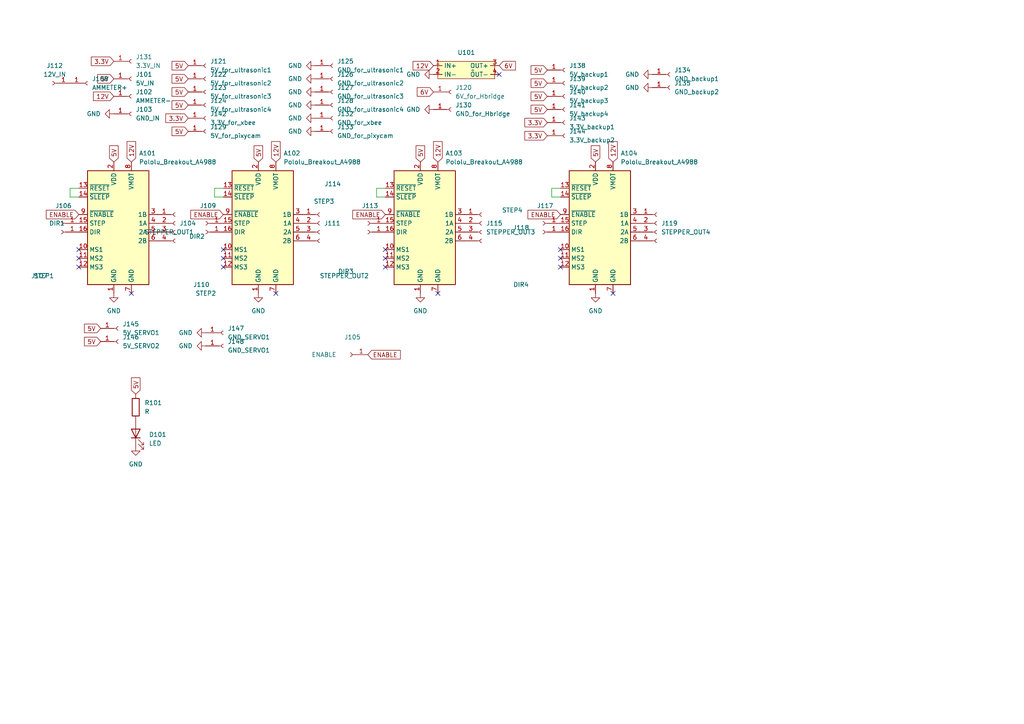
<source format=kicad_sch>
(kicad_sch (version 20230121) (generator eeschema)
  (paper "A4")
  (lib_symbols
    (symbol "Connector:Conn_01x01_Socket" (pin_names (offset 1.016) hide)
      (property "Reference" "J" (at 0 2.54 0))
      (property "Value" "Conn_01x01_Socket" (at 0 -2.54 0))
      (symbol "Conn_01x01_Socket_1_1"
        (polyline (pts (xy -1.27 0) (xy -0.508 0)) (stroke (width 0.1524)))
        (arc (start 0 0.508) (mid -0.5058 0) (end 0 -0.508) (stroke (width 0.1524)))
        (pin passive line (at -5.08 0 0) (length 3.81) (name "Pin_1") (number "1"))
      )
    )
    (symbol "Connector:Conn_01x04_Socket" (pin_names (offset 1.016) hide)
      (property "Reference" "J" (at 0 5.08 0))
      (property "Value" "Conn_01x04_Socket" (at 0 -7.62 0))
      (symbol "Conn_01x04_Socket_1_1"
        (arc (start 0 -4.572) (mid -0.5058 -5.08) (end 0 -5.588) (stroke (width 0.1524)))
        (arc (start 0 -2.032) (mid -0.5058 -2.54) (end 0 -3.048) (stroke (width 0.1524)))
        (polyline (pts (xy -1.27 -5.08) (xy -0.508 -5.08)) (stroke (width 0.1524)))
        (polyline (pts (xy -1.27 -2.54) (xy -0.508 -2.54)) (stroke (width 0.1524)))
        (polyline (pts (xy -1.27 0) (xy -0.508 0)) (stroke (width 0.1524)))
        (polyline (pts (xy -1.27 2.54) (xy -0.508 2.54)) (stroke (width 0.1524)))
        (arc (start 0 0.508) (mid -0.5058 0) (end 0 -0.508) (stroke (width 0.1524)))
        (arc (start 0 3.048) (mid -0.5058 2.54) (end 0 2.032) (stroke (width 0.1524)))
        (pin passive line (at -5.08 2.54 0) (length 3.81) (name "Pin_1") (number "1"))
        (pin passive line (at -5.08 0 0) (length 3.81) (name "Pin_2") (number "2"))
        (pin passive line (at -5.08 -2.54 0) (length 3.81) (name "Pin_3") (number "3"))
        (pin passive line (at -5.08 -5.08 0) (length 3.81) (name "Pin_4") (number "4"))
      )
    )
    (symbol "Device:LED" (pin_numbers hide) (pin_names (offset 1.016) hide)
      (property "Reference" "D" (at 0 2.54 0))
      (property "Value" "LED" (at 0 -2.54 0))
      (symbol "LED_0_1"
        (polyline (pts (xy -1.27 -1.27) (xy -1.27 1.27)) (stroke (width 0.254)))
        (polyline (pts (xy -1.27 0) (xy 1.27 0)))
        (polyline (pts (xy 1.27 -1.27) (xy 1.27 1.27) (xy -1.27 0) (xy 1.27 -1.27)) (stroke (width 0.254)))
        (polyline (pts (xy -3.048 -0.762) (xy -4.572 -2.286) (xy -3.81 -2.286) (xy -4.572 -2.286) (xy -4.572 -1.524)))
        (polyline (pts (xy -1.778 -0.762) (xy -3.302 -2.286) (xy -2.54 -2.286) (xy -3.302 -2.286) (xy -3.302 -1.524)))
      )
      (symbol "LED_1_1"
        (pin passive line (at -3.81 0 0) (length 2.54) (name "K") (number "1"))
        (pin passive line (at 3.81 0 180) (length 2.54) (name "A") (number "2"))
      )
    )
    (symbol "Device:R" (pin_numbers hide) (pin_names (offset 0))
      (property "Reference" "R" (at 2.032 0 90))
      (property "Value" "R" (at 0 0 90))
      (symbol "R_0_1"
        (rectangle (start -1.016 -2.54) (end 1.016 2.54) (stroke (width 0.254)))
      )
      (symbol "R_1_1"
        (pin passive line (at 0 3.81 270) (length 1.27) (name "~") (number "1"))
        (pin passive line (at 0 -3.81 90) (length 1.27) (name "~") (number "2"))
      )
    )
    (symbol "Driver_Motor:Pololu_Breakout_A4988"
      (property "Reference" "A" (at -2.54 19.05 0))
      (property "Value" "Pololu_Breakout_A4988" (at -2.54 16.51 0))
      (symbol "Pololu_Breakout_A4988_0_1"
        (rectangle (start 10.16 -17.78) (end -7.62 15.24) (stroke (width 0.254)) (fill (type background)))
      )
      (symbol "Pololu_Breakout_A4988_1_1"
        (pin power_in line (at 0 -20.32 90) (length 2.54) (name "GND") (number "1"))
        (pin input line (at -10.16 -7.62 0) (length 2.54) (name "MS1") (number "10"))
        (pin input line (at -10.16 -10.16 0) (length 2.54) (name "MS2") (number "11"))
        (pin input line (at -10.16 -12.7 0) (length 2.54) (name "MS3") (number "12"))
        (pin input line (at -10.16 10.16 0) (length 2.54) (name "~{RESET}") (number "13"))
        (pin input line (at -10.16 7.62 0) (length 2.54) (name "~{SLEEP}") (number "14"))
        (pin input line (at -10.16 0 0) (length 2.54) (name "STEP") (number "15"))
        (pin input line (at -10.16 -2.54 0) (length 2.54) (name "DIR") (number "16"))
        (pin power_in line (at 0 17.78 270) (length 2.54) (name "VDD") (number "2"))
        (pin output line (at 12.7 2.54 180) (length 2.54) (name "1B") (number "3"))
        (pin output line (at 12.7 0 180) (length 2.54) (name "1A") (number "4"))
        (pin output line (at 12.7 -2.54 180) (length 2.54) (name "2A") (number "5"))
        (pin output line (at 12.7 -5.08 180) (length 2.54) (name "2B") (number "6"))
        (pin power_in line (at 5.08 -20.32 90) (length 2.54) (name "GND") (number "7"))
        (pin power_in line (at 5.08 17.78 270) (length 2.54) (name "VMOT") (number "8"))
        (pin input line (at -10.16 2.54 0) (length 2.54) (name "~{ENABLE}") (number "9"))
      )
    )
    (symbol "LM2596:LM2596"
      (property "Reference" "U" (at 1.27 0 0))
      (symbol "LM2596_1_1"
        (rectangle (start -8.89 2.54) (end 7.62 -2.54) (fill (type background)))
        (pin bidirectional line (at -10.16 1.27 0) (length 2.54) (name "IN+") (number "1"))
        (pin bidirectional line (at -10.16 -1.27 0) (length 2.54) (name "IN-") (number "2"))
        (pin bidirectional line (at 8.89 1.27 180) (length 2.54) (name "OUT+") (number "3"))
        (pin bidirectional line (at 8.89 -1.27 180) (length 2.54) (name "OUT-") (number "4"))
      )
    )
    (symbol "power:GND" (power) (pin_names (offset 0))
      (property "Value" "GND" (at 0 -3.81 0))
      (symbol "GND_0_1"
        (polyline (pts (xy 0 0) (xy 0 -1.27) (xy 1.27 -1.27) (xy 0 -2.54) (xy -1.27 -1.27) (xy 0 -1.27)))
      )
      (symbol "GND_1_1"
        (pin power_in line (at 0 0 270) (length 0) hide (name "GND") (number "1"))
      )
    )
  )
  (no_connect (at 111.76 77.47))
  (no_connect (at 64.77 74.93))
  (no_connect (at 22.86 74.93))
  (no_connect (at 111.76 72.39))
  (no_connect (at 127 85.09))
  (no_connect (at 22.86 77.47))
  (no_connect (at 111.76 74.93))
  (no_connect (at 162.56 74.93))
  (no_connect (at 144.78 21.59))
  (no_connect (at 177.8 85.09))
  (no_connect (at 22.86 72.39))
  (no_connect (at 38.1 85.09))
  (no_connect (at 64.77 72.39))
  (no_connect (at 80.01 85.09))
  (no_connect (at 162.56 77.47))
  (no_connect (at 64.77 77.47))
  (no_connect (at 162.56 72.39))
  (wire (pts (xy 62.23 54.61) (xy 62.23 57.15)))
  (wire (pts (xy 64.77 54.61) (xy 62.23 54.61)))
  (wire (pts (xy 162.56 54.61) (xy 160.02 54.61)))
  (wire (pts (xy 111.76 54.61) (xy 109.22 54.61)))
  (wire (pts (xy 20.32 57.15) (xy 22.86 57.15)))
  (wire (pts (xy 109.22 57.15) (xy 111.76 57.15)))
  (wire (pts (xy 160.02 54.61) (xy 160.02 57.15)))
  (wire (pts (xy 62.23 57.15) (xy 64.77 57.15)))
  (wire (pts (xy 20.32 54.61) (xy 20.32 57.15)))
  (wire (pts (xy 109.22 54.61) (xy 109.22 57.15)))
  (wire (pts (xy 22.86 54.61) (xy 20.32 54.61)))
  (wire (pts (xy 160.02 57.15) (xy 162.56 57.15)))
  (global_label "5V" (shape input) (at 54.61 30.48 180) (property "Intersheetrefs" "${INTERSHEET_REFS}" (effects hide)))
  (global_label "5V" (shape input) (at 158.75 20.32 180) (property "Intersheetrefs" "${INTERSHEET_REFS}" (effects hide)))
  (global_label "5V" (shape input) (at 54.61 38.1 180) (property "Intersheetrefs" "${INTERSHEET_REFS}" (effects hide)))
  (global_label "3.3V" (shape input) (at 54.61 34.29 180) (property "Intersheetrefs" "${INTERSHEET_REFS}" (effects hide)))
  (global_label "5V" (shape input) (at 74.93 46.99 90) (property "Intersheetrefs" "${INTERSHEET_REFS}" (effects hide)))
  (global_label "ENABLE" (shape input) (at 106.68 102.87 0) (property "Intersheetrefs" "${INTERSHEET_REFS}" (effects hide)))
  (global_label "5V" (shape input) (at 121.92 46.99 90) (property "Intersheetrefs" "${INTERSHEET_REFS}" (effects hide)))
  (global_label "12V" (shape input) (at 33.02 27.94 180) (property "Intersheetrefs" "${INTERSHEET_REFS}" (effects hide)))
  (global_label "3.3V" (shape input) (at 33.02 17.78 180) (property "Intersheetrefs" "${INTERSHEET_REFS}" (effects hide)))
  (global_label "5V" (shape input) (at 54.61 26.67 180) (property "Intersheetrefs" "${INTERSHEET_REFS}" (effects hide)))
  (global_label "6V" (shape input) (at 144.78 19.05 0) (property "Intersheetrefs" "${INTERSHEET_REFS}" (effects hide)))
  (global_label "5V" (shape input) (at 158.75 27.94 180) (property "Intersheetrefs" "${INTERSHEET_REFS}" (effects hide)))
  (global_label "6V" (shape input) (at 125.73 26.67 180) (property "Intersheetrefs" "${INTERSHEET_REFS}" (effects hide)))
  (global_label "5V" (shape input) (at 29.21 95.25 180) (property "Intersheetrefs" "${INTERSHEET_REFS}" (effects hide)))
  (global_label "ENABLE" (shape input) (at 64.77 62.23 180) (property "Intersheetrefs" "${INTERSHEET_REFS}" (effects hide)))
  (global_label "5V" (shape input) (at 158.75 31.75 180) (property "Intersheetrefs" "${INTERSHEET_REFS}" (effects hide)))
  (global_label "12V" (shape input) (at 125.73 19.05 180) (property "Intersheetrefs" "${INTERSHEET_REFS}" (effects hide)))
  (global_label "ENABLE" (shape input) (at 162.56 62.23 180) (property "Intersheetrefs" "${INTERSHEET_REFS}" (effects hide)))
  (global_label "5V" (shape input) (at 54.61 19.05 180) (property "Intersheetrefs" "${INTERSHEET_REFS}" (effects hide)))
  (global_label "3.3V" (shape input) (at 158.75 35.56 180) (property "Intersheetrefs" "${INTERSHEET_REFS}" (effects hide)))
  (global_label "ENABLE" (shape input) (at 22.86 62.23 180) (property "Intersheetrefs" "${INTERSHEET_REFS}" (effects hide)))
  (global_label "12V" (shape input) (at 177.8 46.99 90) (property "Intersheetrefs" "${INTERSHEET_REFS}" (effects hide)))
  (global_label "12V" (shape input) (at 80.01 46.99 90) (property "Intersheetrefs" "${INTERSHEET_REFS}" (effects hide)))
  (global_label "5V" (shape input) (at 29.21 99.06 180) (property "Intersheetrefs" "${INTERSHEET_REFS}" (effects hide)))
  (global_label "5V" (shape input) (at 54.61 22.86 180) (property "Intersheetrefs" "${INTERSHEET_REFS}" (effects hide)))
  (global_label "12V" (shape input) (at 38.1 46.99 90) (property "Intersheetrefs" "${INTERSHEET_REFS}" (effects hide)))
  (global_label "ENABLE" (shape input) (at 111.76 62.23 180) (property "Intersheetrefs" "${INTERSHEET_REFS}" (effects hide)))
  (global_label "5V" (shape input) (at 172.72 46.99 90) (property "Intersheetrefs" "${INTERSHEET_REFS}" (effects hide)))
  (global_label "5V" (shape input) (at 39.37 114.3 90) (property "Intersheetrefs" "${INTERSHEET_REFS}" (effects hide)))
  (global_label "5V" (shape input) (at 33.02 22.86 180) (property "Intersheetrefs" "${INTERSHEET_REFS}" (effects hide)))
  (global_label "5V" (shape input) (at 158.75 24.13 180) (property "Intersheetrefs" "${INTERSHEET_REFS}" (effects hide)))
  (global_label "12V" (shape input) (at 127 46.99 90) (property "Intersheetrefs" "${INTERSHEET_REFS}" (effects hide)))
  (global_label "5V" (shape input) (at 33.02 46.99 90) (property "Intersheetrefs" "${INTERSHEET_REFS}" (effects hide)))
  (global_label "3.3V" (shape input) (at 158.75 39.37 180) (property "Intersheetrefs" "${INTERSHEET_REFS}" (effects hide)))
  (symbol (lib_id "power:GND") (at 91.44 19.05 270) (unit 1)
    (property "Reference" "#PWR0106" (effects hide))
    (property "Value" "GND" (at 87.63 19.05 90) (effects (justify right)))
  )
  (symbol (lib_id "Connector:Conn_01x01_Socket") (at 15.24 24.13 180) (unit 1)
    (property "Reference" "J112" (at 15.875 19.05 0))
    (property "Value" "12V_IN" (at 15.875 21.59 0))
    (property "Footprint" "MyPinSocket:MyPinSocket" (effects hide))
  )
  (symbol (lib_id "Connector:Conn_01x01_Socket") (at 25.4 24.13 0) (unit 1)
    (property "Reference" "J108" (at 26.67 22.86 0) (effects (justify left)))
    (property "Value" "AMMETER+" (at 26.67 25.4 0) (effects (justify left)))
    (property "Footprint" "MyPinSocket:MyPinSocket" (effects hide))
  )
  (symbol (lib_id "Connector:Conn_01x01_Socket") (at 96.52 26.67 0) (unit 1)
    (property "Reference" "J127" (at 97.79 25.4 0) (effects (justify left)))
    (property "Value" "GND_for_ultrasonic3" (at 97.79 27.94 0) (effects (justify left)))
    (property "Footprint" "MyPinSocket:MyPinSocket" (effects hide))
  )
  (symbol (lib_id "Connector:Conn_01x01_Socket") (at 59.69 19.05 0) (unit 1)
    (property "Reference" "J121" (at 60.96 17.78 0) (effects (justify left)))
    (property "Value" "5V_for_ultrasonic1" (at 60.96 20.32 0) (effects (justify left)))
    (property "Footprint" "MyPinSocket:MyPinSocket" (effects hide))
  )
  (symbol (lib_id "Connector:Conn_01x01_Socket") (at 163.83 24.13 0) (unit 1)
    (property "Reference" "J139" (at 165.1 22.86 0) (effects (justify left)))
    (property "Value" "5V_backup2" (at 165.1 25.4 0) (effects (justify left)))
    (property "Footprint" "MyPinSocket:MyPinSocket" (effects hide))
  )
  (symbol (lib_id "power:GND") (at 91.44 26.67 270) (unit 1)
    (property "Reference" "#PWR0108" (effects hide))
    (property "Value" "GND" (at 87.63 26.67 90) (effects (justify right)))
  )
  (symbol (lib_id "Connector:Conn_01x04_Socket") (at 139.7 64.77 0) (unit 1)
    (property "Reference" "J115" (at 140.97 64.77 0) (effects (justify left)))
    (property "Value" "STEPPER_OUT3" (at 140.97 67.31 0) (effects (justify left)))
    (property "Footprint" "Connector_PinSocket_2.54mm:PinSocket_1x04_P2.54mm_Vertical" (effects hide))
  )
  (symbol (lib_id "Connector:Conn_01x01_Socket") (at 38.1 33.02 0) (unit 1)
    (property "Reference" "J103" (at 39.37 31.75 0) (effects (justify left)))
    (property "Value" "GND_IN" (at 39.37 34.29 0) (effects (justify left)))
    (property "Footprint" "MyPinSocket:MyPinSocket" (effects hide))
  )
  (symbol (lib_id "Device:LED") (at 39.37 125.73 90) (unit 1)
    (property "Reference" "D101" (at 43.18 126.0475 90) (effects (justify right)))
    (property "Value" "LED" (at 43.18 128.5875 90) (effects (justify right)))
    (property "Footprint" "MyLED:LED_D5.0mm" (effects hide))
  )
  (symbol (lib_id "Connector:Conn_01x01_Socket") (at 106.68 67.31 180) (unit 1)
    (property "Reference" "J114" (at 96.52 53.34 0))
    (property "Value" "DIR3" (at 100.33 78.74 0))
    (property "Footprint" "MyPinSocket:MyPinSocket" (effects hide))
  )
  (symbol (lib_id "power:GND") (at 91.44 34.29 270) (unit 1)
    (property "Reference" "#PWR0110" (effects hide))
    (property "Value" "GND" (at 87.63 34.29 90) (effects (justify right)))
  )
  (symbol (lib_id "Connector:Conn_01x01_Socket") (at 59.69 26.67 0) (unit 1)
    (property "Reference" "J123" (at 60.96 25.4 0) (effects (justify left)))
    (property "Value" "5V_for_ultrasonic3" (at 60.96 27.94 0) (effects (justify left)))
    (property "Footprint" "MyPinSocket:MyPinSocket" (effects hide))
  )
  (symbol (lib_id "Connector:Conn_01x01_Socket") (at 38.1 17.78 0) (unit 1)
    (property "Reference" "J131" (at 39.37 16.51 0) (effects (justify left)))
    (property "Value" "3.3V_IN" (at 39.37 19.05 0) (effects (justify left)))
    (property "Footprint" "MyPinSocket:MyPinSocket" (effects hide))
  )
  (symbol (lib_id "Connector:Conn_01x01_Socket") (at 34.29 99.06 0) (unit 1)
    (property "Reference" "J146" (at 35.56 97.79 0) (effects (justify left)))
    (property "Value" "5V_SERVO2" (at 35.56 100.33 0) (effects (justify left)))
    (property "Footprint" "MyPinSocket:MyPinSocket" (effects hide))
  )
  (symbol (lib_id "Connector:Conn_01x01_Socket") (at 59.69 38.1 0) (unit 1)
    (property "Reference" "J129" (at 60.96 36.83 0) (effects (justify left)))
    (property "Value" "5V_for_pixycam" (at 60.96 39.37 0) (effects (justify left)))
    (property "Footprint" "MyPinSocket:MyPinSocket" (effects hide))
  )
  (symbol (lib_id "power:GND") (at 189.23 21.59 270) (unit 1)
    (property "Reference" "#PWR0114" (effects hide))
    (property "Value" "GND" (at 185.42 21.59 90) (effects (justify right)))
  )
  (symbol (lib_id "Connector:Conn_01x01_Socket") (at 157.48 64.77 180) (unit 1)
    (property "Reference" "J117" (at 158.115 59.69 0))
    (property "Value" "STEP4" (at 148.59 60.96 0))
    (property "Footprint" "MyPinSocket:MyPinSocket" (effects hide))
  )
  (symbol (lib_id "Connector:Conn_01x01_Socket") (at 194.31 25.4 0) (unit 1)
    (property "Reference" "J135" (at 195.58 24.13 0) (effects (justify left)))
    (property "Value" "GND_backup2" (at 195.58 26.67 0) (effects (justify left)))
    (property "Footprint" "MyPinSocket:MyPinSocket" (effects hide))
  )
  (symbol (lib_id "Connector:Conn_01x01_Socket") (at 17.78 64.77 180) (unit 1)
    (property "Reference" "J106" (at 18.415 59.69 0))
    (property "Value" "STEP1" (at 12.7 80.01 0))
    (property "Footprint" "MyPinSocket:MyPinSocket" (effects hide))
  )
  (symbol (lib_id "Connector:Conn_01x01_Socket") (at 59.69 22.86 0) (unit 1)
    (property "Reference" "J122" (at 60.96 21.59 0) (effects (justify left)))
    (property "Value" "5V_for_ultrasonic2" (at 60.96 24.13 0) (effects (justify left)))
    (property "Footprint" "MyPinSocket:MyPinSocket" (effects hide))
  )
  (symbol (lib_id "Connector:Conn_01x04_Socket") (at 50.8 64.77 0) (unit 1)
    (property "Reference" "J104" (at 52.07 64.77 0) (effects (justify left)))
    (property "Value" "STEPPER_OUT1" (at 41.91 67.31 0) (effects (justify left)))
    (property "Footprint" "Connector_PinSocket_2.54mm:PinSocket_1x04_P2.54mm_Vertical" (effects hide))
  )
  (symbol (lib_id "Connector:Conn_01x01_Socket") (at 96.52 34.29 0) (unit 1)
    (property "Reference" "J132" (at 97.79 33.02 0) (effects (justify left)))
    (property "Value" "GND_for_xbee" (at 97.79 35.56 0) (effects (justify left)))
    (property "Footprint" "MyPinSocket:MyPinSocket" (effects hide))
  )
  (symbol (lib_id "Connector:Conn_01x01_Socket") (at 163.83 20.32 0) (unit 1)
    (property "Reference" "J138" (at 165.1 19.05 0) (effects (justify left)))
    (property "Value" "5V_backup1" (at 165.1 21.59 0) (effects (justify left)))
    (property "Footprint" "MyPinSocket:MyPinSocket" (effects hide))
  )
  (symbol (lib_id "Connector:Conn_01x01_Socket") (at 59.69 67.31 180) (unit 1)
    (property "Reference" "J110" (at 58.42 82.55 0))
    (property "Value" "DIR2" (at 57.15 68.58 0))
    (property "Footprint" "MyPinSocket:MyPinSocket" (effects hide))
  )
  (symbol (lib_id "Connector:Conn_01x01_Socket") (at 64.77 96.52 0) (unit 1)
    (property "Reference" "J147" (at 66.04 95.25 0) (effects (justify left)))
    (property "Value" "GND_SERVO1" (at 66.04 97.79 0) (effects (justify left)))
    (property "Footprint" "MyPinSocket:MyPinSocket" (effects hide))
  )
  (symbol (lib_id "Connector:Conn_01x01_Socket") (at 34.29 95.25 0) (unit 1)
    (property "Reference" "J145" (at 35.56 93.98 0) (effects (justify left)))
    (property "Value" "5V_SERVO1" (at 35.56 96.52 0) (effects (justify left)))
    (property "Footprint" "MyPinSocket:MyPinSocket" (effects hide))
  )
  (symbol (lib_id "power:GND") (at 125.73 31.75 270) (unit 1)
    (property "Reference" "#PWR0113" (effects hide))
    (property "Value" "GND" (at 121.92 31.75 90) (effects (justify right)))
  )
  (symbol (lib_id "power:GND") (at 74.93 85.09 0) (unit 1)
    (property "Reference" "#PWR0103" (effects hide))
    (property "Value" "GND" (at 74.93 90.17 0))
  )
  (symbol (lib_id "Driver_Motor:Pololu_Breakout_A4988") (at 121.92 64.77 0) (unit 1)
    (property "Reference" "A103" (at 129.1941 44.45 0) (effects (justify left)))
    (property "Value" "Pololu_Breakout_A4988" (at 129.1941 46.99 0) (effects (justify left)))
    (property "Footprint" "Module:Pololu_Breakout-16_15.2x20.3mm" (effects hide))
    (property "Datasheet" "https://www.pololu.com/product/2980/pictures" (effects hide))
  )
  (symbol (lib_id "Connector:Conn_01x01_Socket") (at 17.78 67.31 180) (unit 1)
    (property "Reference" "J107" (at 11.43 80.01 0))
    (property "Value" "DIR1" (at 16.51 64.77 0))
    (property "Footprint" "MyPinSocket:MyPinSocket" (effects hide))
  )
  (symbol (lib_id "Connector:Conn_01x01_Socket") (at 106.68 64.77 180) (unit 1)
    (property "Reference" "J113" (at 107.315 59.69 0))
    (property "Value" "STEP3" (at 93.98 58.42 0))
    (property "Footprint" "MyPinSocket:MyPinSocket" (effects hide))
  )
  (symbol (lib_id "power:GND") (at 189.23 25.4 270) (unit 1)
    (property "Reference" "#PWR0115" (effects hide))
    (property "Value" "GND" (at 185.42 25.4 90) (effects (justify right)))
  )
  (symbol (lib_id "Connector:Conn_01x01_Socket") (at 59.69 34.29 0) (unit 1)
    (property "Reference" "J142" (at 60.96 33.02 0) (effects (justify left)))
    (property "Value" "3.3V_for_xbee" (at 60.96 35.56 0) (effects (justify left)))
    (property "Footprint" "MyPinSocket:MyPinSocket" (effects hide))
  )
  (symbol (lib_id "Connector:Conn_01x01_Socket") (at 163.83 27.94 0) (unit 1)
    (property "Reference" "J140" (at 165.1 26.67 0) (effects (justify left)))
    (property "Value" "5V_backup3" (at 165.1 29.21 0) (effects (justify left)))
    (property "Footprint" "MyPinSocket:MyPinSocket" (effects hide))
  )
  (symbol (lib_id "Connector:Conn_01x01_Socket") (at 96.52 22.86 0) (unit 1)
    (property "Reference" "J126" (at 97.79 21.59 0) (effects (justify left)))
    (property "Value" "GND_for_ultrasonic2" (at 97.79 24.13 0) (effects (justify left)))
    (property "Footprint" "MyPinSocket:MyPinSocket" (effects hide))
  )
  (symbol (lib_id "Connector:Conn_01x04_Socket") (at 190.5 64.77 0) (unit 1)
    (property "Reference" "J119" (at 191.77 64.77 0) (effects (justify left)))
    (property "Value" "STEPPER_OUT4" (at 191.77 67.31 0) (effects (justify left)))
    (property "Footprint" "Connector_PinSocket_2.54mm:PinSocket_1x04_P2.54mm_Vertical" (effects hide))
  )
  (symbol (lib_id "Driver_Motor:Pololu_Breakout_A4988") (at 172.72 64.77 0) (unit 1)
    (property "Reference" "A104" (at 179.9941 44.45 0) (effects (justify left)))
    (property "Value" "Pololu_Breakout_A4988" (at 179.9941 46.99 0) (effects (justify left)))
    (property "Footprint" "Module:Pololu_Breakout-16_15.2x20.3mm" (effects hide))
    (property "Datasheet" "https://www.pololu.com/product/2980/pictures" (effects hide))
  )
  (symbol (lib_id "Connector:Conn_01x01_Socket") (at 163.83 31.75 0) (unit 1)
    (property "Reference" "J141" (at 165.1 30.48 0) (effects (justify left)))
    (property "Value" "5V_backup4" (at 165.1 33.02 0) (effects (justify left)))
    (property "Footprint" "MyPinSocket:MyPinSocket" (effects hide))
  )
  (symbol (lib_id "power:GND") (at 59.69 96.52 270) (unit 1)
    (property "Reference" "#PWR0118" (effects hide))
    (property "Value" "GND" (at 55.88 96.52 90) (effects (justify right)))
  )
  (symbol (lib_id "Connector:Conn_01x01_Socket") (at 163.83 39.37 0) (unit 1)
    (property "Reference" "J144" (at 165.1 38.1 0) (effects (justify left)))
    (property "Value" "3.3V_backup2" (at 165.1 40.64 0) (effects (justify left)))
    (property "Footprint" "MyPinSocket:MyPinSocket" (effects hide))
  )
  (symbol (lib_id "Connector:Conn_01x01_Socket") (at 163.83 35.56 0) (unit 1)
    (property "Reference" "J143" (at 165.1 34.29 0) (effects (justify left)))
    (property "Value" "3.3V_backup1" (at 165.1 36.83 0) (effects (justify left)))
    (property "Footprint" "MyPinSocket:MyPinSocket" (effects hide))
  )
  (symbol (lib_id "Connector:Conn_01x01_Socket") (at 157.48 67.31 180) (unit 1)
    (property "Reference" "J118" (at 151.13 66.04 0))
    (property "Value" "DIR4" (at 151.13 82.55 0))
    (property "Footprint" "MyPinSocket:MyPinSocket" (effects hide))
  )
  (symbol (lib_id "Connector:Conn_01x01_Socket") (at 38.1 22.86 0) (unit 1)
    (property "Reference" "J101" (at 39.37 21.59 0) (effects (justify left)))
    (property "Value" "5V_IN" (at 39.37 24.13 0) (effects (justify left)))
    (property "Footprint" "MyPinSocket:MyPinSocket" (effects hide))
  )
  (symbol (lib_id "power:GND") (at 33.02 85.09 0) (unit 1)
    (property "Reference" "#PWR0102" (effects hide))
    (property "Value" "GND" (at 33.02 90.17 0))
  )
  (symbol (lib_id "power:GND") (at 91.44 30.48 270) (unit 1)
    (property "Reference" "#PWR0109" (effects hide))
    (property "Value" "GND" (at 87.63 30.48 90) (effects (justify right)))
  )
  (symbol (lib_id "power:GND") (at 39.37 129.54 0) (unit 1)
    (property "Reference" "#PWR0116" (effects hide))
    (property "Value" "GND" (at 39.37 134.62 0))
  )
  (symbol (lib_id "power:GND") (at 91.44 22.86 270) (unit 1)
    (property "Reference" "#PWR0107" (effects hide))
    (property "Value" "GND" (at 87.63 22.86 90) (effects (justify right)))
  )
  (symbol (lib_id "Connector:Conn_01x01_Socket") (at 96.52 19.05 0) (unit 1)
    (property "Reference" "J125" (at 97.79 17.78 0) (effects (justify left)))
    (property "Value" "GND_for_ultrasonic1" (at 97.79 20.32 0) (effects (justify left)))
    (property "Footprint" "MyPinSocket:MyPinSocket" (effects hide))
  )
  (symbol (lib_id "Connector:Conn_01x04_Socket") (at 92.71 64.77 0) (unit 1)
    (property "Reference" "J111" (at 93.98 64.77 0) (effects (justify left)))
    (property "Value" "STEPPER_OUT2" (at 92.71 80.01 0) (effects (justify left)))
    (property "Footprint" "Connector_PinSocket_2.54mm:PinSocket_1x04_P2.54mm_Vertical" (effects hide))
  )
  (symbol (lib_id "power:GND") (at 33.02 33.02 270) (unit 1)
    (property "Reference" "#PWR0101" (effects hide))
    (property "Value" "GND" (at 29.21 33.02 90) (effects (justify right)))
  )
  (symbol (lib_id "power:GND") (at 172.72 85.09 0) (unit 1)
    (property "Reference" "#PWR0105" (effects hide))
    (property "Value" "GND" (at 172.72 90.17 0))
  )
  (symbol (lib_id "Connector:Conn_01x01_Socket") (at 130.81 31.75 0) (unit 1)
    (property "Reference" "J130" (at 132.08 30.48 0) (effects (justify left)))
    (property "Value" "GND_for_Hbridge" (at 132.08 33.02 0) (effects (justify left)))
    (property "Footprint" "MyPinSocket:MyPinSocket" (effects hide))
  )
  (symbol (lib_id "power:GND") (at 59.69 100.33 270) (unit 1)
    (property "Reference" "#PWR0119" (effects hide))
    (property "Value" "GND" (at 55.88 100.33 90) (effects (justify right)))
  )
  (symbol (lib_id "Connector:Conn_01x01_Socket") (at 38.1 27.94 0) (unit 1)
    (property "Reference" "J102" (at 39.37 26.67 0) (effects (justify left)))
    (property "Value" "AMMETER-" (at 39.37 29.21 0) (effects (justify left)))
    (property "Footprint" "MyPinSocket:MyPinSocket" (effects hide))
  )
  (symbol (lib_id "Connector:Conn_01x01_Socket") (at 130.81 26.67 0) (unit 1)
    (property "Reference" "J120" (at 132.08 25.4 0) (effects (justify left)))
    (property "Value" "6V_for_Hbridge" (at 132.08 27.94 0) (effects (justify left)))
    (property "Footprint" "MyPinSocket:MyPinSocket" (effects hide))
  )
  (symbol (lib_id "Device:R") (at 39.37 118.11 0) (unit 1)
    (property "Reference" "R101" (at 41.91 116.84 0) (effects (justify left)))
    (property "Value" "R" (at 41.91 119.38 0) (effects (justify left)))
    (property "Footprint" "My7.62mmResistor:My7.62mmResistor" (effects hide))
  )
  (symbol (lib_id "power:GND") (at 125.73 21.59 270) (unit 1)
    (property "Reference" "#PWR0112" (effects hide))
    (property "Value" "GND" (at 121.92 21.59 90) (effects (justify right)))
  )
  (symbol (lib_id "power:GND") (at 91.44 38.1 270) (unit 1)
    (property "Reference" "#PWR0111" (effects hide))
    (property "Value" "GND" (at 87.63 38.1 90) (effects (justify right)))
  )
  (symbol (lib_id "Connector:Conn_01x01_Socket") (at 96.52 30.48 0) (unit 1)
    (property "Reference" "J128" (at 97.79 29.21 0) (effects (justify left)))
    (property "Value" "GND_for_ultrasonic4" (at 97.79 31.75 0) (effects (justify left)))
    (property "Footprint" "MyPinSocket:MyPinSocket" (effects hide))
  )
  (symbol (lib_id "Connector:Conn_01x01_Socket") (at 64.77 100.33 0) (unit 1)
    (property "Reference" "J148" (at 66.04 99.06 0) (effects (justify left)))
    (property "Value" "GND_SERVO1" (at 66.04 101.6 0) (effects (justify left)))
    (property "Footprint" "MyPinSocket:MyPinSocket" (effects hide))
  )
  (symbol (lib_id "Connector:Conn_01x01_Socket") (at 101.6 102.87 180) (unit 1)
    (property "Reference" "J105" (at 102.235 97.79 0))
    (property "Value" "ENABLE" (at 93.98 102.87 0))
    (property "Footprint" "MyPinSocket:MyPinSocket" (effects hide))
  )
  (symbol (lib_id "LM2596:LM2596") (at 135.89 20.32 0) (unit 1)
    (property "Reference" "U101" (at 135.255 15.24 0))
    (property "Value" "~" (at 137.16 20.32 0))
    (property "Footprint" "LM2596:LM2596" (effects hide))
  )
  (symbol (lib_id "Driver_Motor:Pololu_Breakout_A4988") (at 74.93 64.77 0) (unit 1)
    (property "Reference" "A102" (at 82.2041 44.45 0) (effects (justify left)))
    (property "Value" "Pololu_Breakout_A4988" (at 82.2041 46.99 0) (effects (justify left)))
    (property "Footprint" "Module:Pololu_Breakout-16_15.2x20.3mm" (effects hide))
    (property "Datasheet" "https://www.pololu.com/product/2980/pictures" (effects hide))
  )
  (symbol (lib_id "Connector:Conn_01x01_Socket") (at 96.52 38.1 0) (unit 1)
    (property "Reference" "J133" (at 97.79 36.83 0) (effects (justify left)))
    (property "Value" "GND_for_pixycam" (at 97.79 39.37 0) (effects (justify left)))
    (property "Footprint" "MyPinSocket:MyPinSocket" (effects hide))
  )
  (symbol (lib_id "power:GND") (at 121.92 85.09 0) (unit 1)
    (property "Reference" "#PWR0104" (effects hide))
    (property "Value" "GND" (at 121.92 90.17 0))
  )
  (symbol (lib_id "Connector:Conn_01x01_Socket") (at 59.69 30.48 0) (unit 1)
    (property "Reference" "J124" (at 60.96 29.21 0) (effects (justify left)))
    (property "Value" "5V_for_ultrasonic4" (at 60.96 31.75 0) (effects (justify left)))
    (property "Footprint" "MyPinSocket:MyPinSocket" (effects hide))
  )
  (symbol (lib_id "Connector:Conn_01x01_Socket") (at 194.31 21.59 0) (unit 1)
    (property "Reference" "J134" (at 195.58 20.32 0) (effects (justify left)))
    (property "Value" "GND_backup1" (at 195.58 22.86 0) (effects (justify left)))
    (property "Footprint" "MyPinSocket:MyPinSocket" (effects hide))
  )
  (symbol (lib_id "Connector:Conn_01x01_Socket") (at 59.69 64.77 180) (unit 1)
    (property "Reference" "J109" (at 60.325 59.69 0))
    (property "Value" "STEP2" (at 59.69 85.09 0))
    (property "Footprint" "MyPinSocket:MyPinSocket" (effects hide))
  )
  (symbol (lib_id "Driver_Motor:Pololu_Breakout_A4988") (at 33.02 64.77 0) (unit 1)
    (property "Reference" "A101" (at 40.2941 44.45 0) (effects (justify left)))
    (property "Value" "Pololu_Breakout_A4988" (at 40.2941 46.99 0) (effects (justify left)))
    (property "Footprint" "Module:Pololu_Breakout-16_15.2x20.3mm" (effects hide))
    (property "Datasheet" "https://www.pololu.com/product/2980/pictures" (effects hide))
  )
)
</source>
